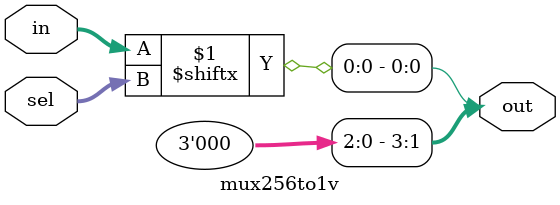
<source format=v>
module mux256to1v(

    input [1024: 0] in,
    input [7:0]     sel,
    output [3:0]    out


);

    assign out = in[sel];

endmodule
</source>
